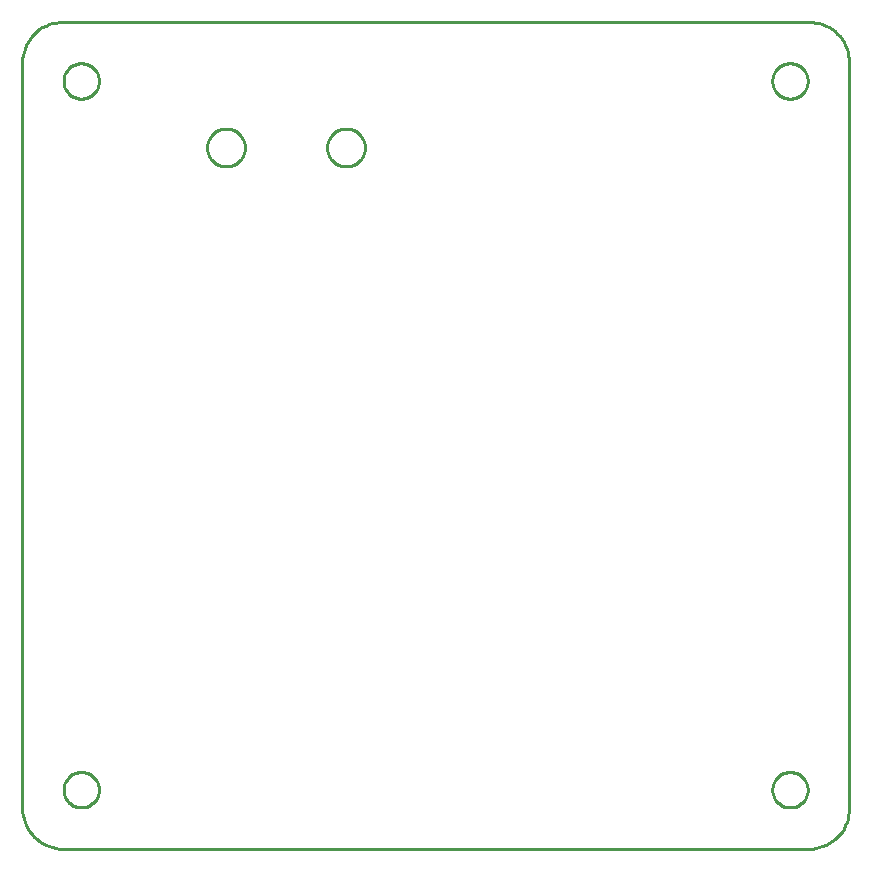
<source format=gbr>
G04 EAGLE Gerber RS-274X export*
G75*
%MOMM*%
%FSLAX34Y34*%
%LPD*%
%IN*%
%IPPOS*%
%AMOC8*
5,1,8,0,0,1.08239X$1,22.5*%
G01*
%ADD10C,0.254000*%


D10*
X0Y34142D02*
X130Y31166D01*
X519Y28213D01*
X1163Y25305D01*
X2059Y22465D01*
X3199Y19713D01*
X4574Y17071D01*
X6175Y14559D01*
X7988Y12196D01*
X10000Y10000D01*
X12196Y7988D01*
X14559Y6175D01*
X17071Y4574D01*
X19713Y3199D01*
X22465Y2059D01*
X25305Y1163D01*
X28213Y519D01*
X31166Y130D01*
X34142Y0D01*
X665858Y0D01*
X668834Y130D01*
X671787Y519D01*
X674695Y1163D01*
X677535Y2059D01*
X680287Y3199D01*
X682929Y4574D01*
X685441Y6175D01*
X687804Y7988D01*
X690000Y10000D01*
X692012Y12196D01*
X693825Y14559D01*
X695426Y17071D01*
X696801Y19713D01*
X697941Y22465D01*
X698837Y25305D01*
X699481Y28213D01*
X699870Y31166D01*
X700000Y34142D01*
X700000Y665858D01*
X699870Y668834D01*
X699481Y671787D01*
X698837Y674695D01*
X697941Y677535D01*
X696801Y680287D01*
X695426Y682929D01*
X693825Y685441D01*
X692012Y687804D01*
X690000Y690000D01*
X687804Y692012D01*
X685441Y693825D01*
X682929Y695426D01*
X680287Y696801D01*
X677535Y697941D01*
X674695Y698837D01*
X671787Y699481D01*
X668834Y699870D01*
X665858Y700000D01*
X34142Y700000D01*
X31166Y699870D01*
X28213Y699481D01*
X25305Y698837D01*
X22465Y697941D01*
X19713Y696801D01*
X17071Y695426D01*
X14559Y693825D01*
X12196Y692012D01*
X10000Y690000D01*
X7988Y687804D01*
X6175Y685441D01*
X4574Y682929D01*
X3199Y680287D01*
X2059Y677535D01*
X1163Y674695D01*
X519Y671787D01*
X130Y668834D01*
X0Y665858D01*
X0Y34142D01*
X65000Y649464D02*
X65000Y650536D01*
X64924Y651604D01*
X64771Y652665D01*
X64543Y653712D01*
X64241Y654740D01*
X63867Y655744D01*
X63422Y656719D01*
X62908Y657659D01*
X62329Y658560D01*
X61687Y659418D01*
X60985Y660228D01*
X60228Y660985D01*
X59418Y661687D01*
X58560Y662329D01*
X57659Y662908D01*
X56719Y663422D01*
X55744Y663867D01*
X54740Y664241D01*
X53712Y664543D01*
X52665Y664771D01*
X51604Y664924D01*
X50536Y665000D01*
X49464Y665000D01*
X48396Y664924D01*
X47335Y664771D01*
X46288Y664543D01*
X45260Y664241D01*
X44256Y663867D01*
X43281Y663422D01*
X42341Y662908D01*
X41440Y662329D01*
X40582Y661687D01*
X39772Y660985D01*
X39015Y660228D01*
X38313Y659418D01*
X37671Y658560D01*
X37092Y657659D01*
X36578Y656719D01*
X36133Y655744D01*
X35759Y654740D01*
X35457Y653712D01*
X35229Y652665D01*
X35076Y651604D01*
X35000Y650536D01*
X35000Y649464D01*
X35076Y648396D01*
X35229Y647335D01*
X35457Y646288D01*
X35759Y645260D01*
X36133Y644256D01*
X36578Y643281D01*
X37092Y642341D01*
X37671Y641440D01*
X38313Y640582D01*
X39015Y639772D01*
X39772Y639015D01*
X40582Y638313D01*
X41440Y637671D01*
X42341Y637092D01*
X43281Y636578D01*
X44256Y636133D01*
X45260Y635759D01*
X46288Y635457D01*
X47335Y635229D01*
X48396Y635076D01*
X49464Y635000D01*
X50536Y635000D01*
X51604Y635076D01*
X52665Y635229D01*
X53712Y635457D01*
X54740Y635759D01*
X55744Y636133D01*
X56719Y636578D01*
X57659Y637092D01*
X58560Y637671D01*
X59418Y638313D01*
X60228Y639015D01*
X60985Y639772D01*
X61687Y640582D01*
X62329Y641440D01*
X62908Y642341D01*
X63422Y643281D01*
X63867Y644256D01*
X64241Y645260D01*
X64543Y646288D01*
X64771Y647335D01*
X64924Y648396D01*
X65000Y649464D01*
X665000Y649464D02*
X665000Y650536D01*
X664924Y651604D01*
X664771Y652665D01*
X664543Y653712D01*
X664241Y654740D01*
X663867Y655744D01*
X663422Y656719D01*
X662908Y657659D01*
X662329Y658560D01*
X661687Y659418D01*
X660985Y660228D01*
X660228Y660985D01*
X659418Y661687D01*
X658560Y662329D01*
X657659Y662908D01*
X656719Y663422D01*
X655744Y663867D01*
X654740Y664241D01*
X653712Y664543D01*
X652665Y664771D01*
X651604Y664924D01*
X650536Y665000D01*
X649464Y665000D01*
X648396Y664924D01*
X647335Y664771D01*
X646288Y664543D01*
X645260Y664241D01*
X644256Y663867D01*
X643281Y663422D01*
X642341Y662908D01*
X641440Y662329D01*
X640582Y661687D01*
X639772Y660985D01*
X639015Y660228D01*
X638313Y659418D01*
X637671Y658560D01*
X637092Y657659D01*
X636578Y656719D01*
X636133Y655744D01*
X635759Y654740D01*
X635457Y653712D01*
X635229Y652665D01*
X635076Y651604D01*
X635000Y650536D01*
X635000Y649464D01*
X635076Y648396D01*
X635229Y647335D01*
X635457Y646288D01*
X635759Y645260D01*
X636133Y644256D01*
X636578Y643281D01*
X637092Y642341D01*
X637671Y641440D01*
X638313Y640582D01*
X639015Y639772D01*
X639772Y639015D01*
X640582Y638313D01*
X641440Y637671D01*
X642341Y637092D01*
X643281Y636578D01*
X644256Y636133D01*
X645260Y635759D01*
X646288Y635457D01*
X647335Y635229D01*
X648396Y635076D01*
X649464Y635000D01*
X650536Y635000D01*
X651604Y635076D01*
X652665Y635229D01*
X653712Y635457D01*
X654740Y635759D01*
X655744Y636133D01*
X656719Y636578D01*
X657659Y637092D01*
X658560Y637671D01*
X659418Y638313D01*
X660228Y639015D01*
X660985Y639772D01*
X661687Y640582D01*
X662329Y641440D01*
X662908Y642341D01*
X663422Y643281D01*
X663867Y644256D01*
X664241Y645260D01*
X664543Y646288D01*
X664771Y647335D01*
X664924Y648396D01*
X665000Y649464D01*
X65000Y49464D02*
X65000Y50536D01*
X64924Y51604D01*
X64771Y52665D01*
X64543Y53712D01*
X64241Y54740D01*
X63867Y55744D01*
X63422Y56719D01*
X62908Y57659D01*
X62329Y58560D01*
X61687Y59418D01*
X60985Y60228D01*
X60228Y60985D01*
X59418Y61687D01*
X58560Y62329D01*
X57659Y62908D01*
X56719Y63422D01*
X55744Y63867D01*
X54740Y64241D01*
X53712Y64543D01*
X52665Y64771D01*
X51604Y64924D01*
X50536Y65000D01*
X49464Y65000D01*
X48396Y64924D01*
X47335Y64771D01*
X46288Y64543D01*
X45260Y64241D01*
X44256Y63867D01*
X43281Y63422D01*
X42341Y62908D01*
X41440Y62329D01*
X40582Y61687D01*
X39772Y60985D01*
X39015Y60228D01*
X38313Y59418D01*
X37671Y58560D01*
X37092Y57659D01*
X36578Y56719D01*
X36133Y55744D01*
X35759Y54740D01*
X35457Y53712D01*
X35229Y52665D01*
X35076Y51604D01*
X35000Y50536D01*
X35000Y49464D01*
X35076Y48396D01*
X35229Y47335D01*
X35457Y46288D01*
X35759Y45260D01*
X36133Y44256D01*
X36578Y43281D01*
X37092Y42341D01*
X37671Y41440D01*
X38313Y40582D01*
X39015Y39772D01*
X39772Y39015D01*
X40582Y38313D01*
X41440Y37671D01*
X42341Y37092D01*
X43281Y36578D01*
X44256Y36133D01*
X45260Y35759D01*
X46288Y35457D01*
X47335Y35229D01*
X48396Y35076D01*
X49464Y35000D01*
X50536Y35000D01*
X51604Y35076D01*
X52665Y35229D01*
X53712Y35457D01*
X54740Y35759D01*
X55744Y36133D01*
X56719Y36578D01*
X57659Y37092D01*
X58560Y37671D01*
X59418Y38313D01*
X60228Y39015D01*
X60985Y39772D01*
X61687Y40582D01*
X62329Y41440D01*
X62908Y42341D01*
X63422Y43281D01*
X63867Y44256D01*
X64241Y45260D01*
X64543Y46288D01*
X64771Y47335D01*
X64924Y48396D01*
X65000Y49464D01*
X665000Y49464D02*
X665000Y50536D01*
X664924Y51604D01*
X664771Y52665D01*
X664543Y53712D01*
X664241Y54740D01*
X663867Y55744D01*
X663422Y56719D01*
X662908Y57659D01*
X662329Y58560D01*
X661687Y59418D01*
X660985Y60228D01*
X660228Y60985D01*
X659418Y61687D01*
X658560Y62329D01*
X657659Y62908D01*
X656719Y63422D01*
X655744Y63867D01*
X654740Y64241D01*
X653712Y64543D01*
X652665Y64771D01*
X651604Y64924D01*
X650536Y65000D01*
X649464Y65000D01*
X648396Y64924D01*
X647335Y64771D01*
X646288Y64543D01*
X645260Y64241D01*
X644256Y63867D01*
X643281Y63422D01*
X642341Y62908D01*
X641440Y62329D01*
X640582Y61687D01*
X639772Y60985D01*
X639015Y60228D01*
X638313Y59418D01*
X637671Y58560D01*
X637092Y57659D01*
X636578Y56719D01*
X636133Y55744D01*
X635759Y54740D01*
X635457Y53712D01*
X635229Y52665D01*
X635076Y51604D01*
X635000Y50536D01*
X635000Y49464D01*
X635076Y48396D01*
X635229Y47335D01*
X635457Y46288D01*
X635759Y45260D01*
X636133Y44256D01*
X636578Y43281D01*
X637092Y42341D01*
X637671Y41440D01*
X638313Y40582D01*
X639015Y39772D01*
X639772Y39015D01*
X640582Y38313D01*
X641440Y37671D01*
X642341Y37092D01*
X643281Y36578D01*
X644256Y36133D01*
X645260Y35759D01*
X646288Y35457D01*
X647335Y35229D01*
X648396Y35076D01*
X649464Y35000D01*
X650536Y35000D01*
X651604Y35076D01*
X652665Y35229D01*
X653712Y35457D01*
X654740Y35759D01*
X655744Y36133D01*
X656719Y36578D01*
X657659Y37092D01*
X658560Y37671D01*
X659418Y38313D01*
X660228Y39015D01*
X660985Y39772D01*
X661687Y40582D01*
X662329Y41440D01*
X662908Y42341D01*
X663422Y43281D01*
X663867Y44256D01*
X664241Y45260D01*
X664543Y46288D01*
X664771Y47335D01*
X664924Y48396D01*
X665000Y49464D01*
X258100Y594224D02*
X258169Y595269D01*
X258305Y596308D01*
X258510Y597335D01*
X258781Y598347D01*
X259117Y599339D01*
X259518Y600307D01*
X259982Y601246D01*
X260506Y602154D01*
X261088Y603025D01*
X261725Y603856D01*
X262416Y604643D01*
X263157Y605384D01*
X263944Y606075D01*
X264775Y606713D01*
X265646Y607295D01*
X266554Y607818D01*
X267493Y608282D01*
X268461Y608683D01*
X269453Y609019D01*
X270465Y609290D01*
X271492Y609495D01*
X272531Y609632D01*
X273576Y609700D01*
X274624Y609700D01*
X275669Y609632D01*
X276708Y609495D01*
X277735Y609290D01*
X278747Y609019D01*
X279739Y608683D01*
X280707Y608282D01*
X281646Y607818D01*
X282554Y607295D01*
X283425Y606713D01*
X284256Y606075D01*
X285043Y605384D01*
X285784Y604643D01*
X286475Y603856D01*
X287113Y603025D01*
X287695Y602154D01*
X288218Y601246D01*
X288682Y600307D01*
X289083Y599339D01*
X289419Y598347D01*
X289690Y597335D01*
X289895Y596308D01*
X290032Y595269D01*
X290100Y594224D01*
X290100Y593176D01*
X290032Y592131D01*
X289895Y591092D01*
X289690Y590065D01*
X289419Y589053D01*
X289083Y588061D01*
X288682Y587093D01*
X288218Y586154D01*
X287695Y585246D01*
X287113Y584375D01*
X286475Y583544D01*
X285784Y582757D01*
X285043Y582016D01*
X284256Y581325D01*
X283425Y580688D01*
X282554Y580106D01*
X281646Y579582D01*
X280707Y579118D01*
X279739Y578717D01*
X278747Y578381D01*
X277735Y578110D01*
X276708Y577905D01*
X275669Y577769D01*
X274624Y577700D01*
X273576Y577700D01*
X272531Y577769D01*
X271492Y577905D01*
X270465Y578110D01*
X269453Y578381D01*
X268461Y578717D01*
X267493Y579118D01*
X266554Y579582D01*
X265646Y580106D01*
X264775Y580688D01*
X263944Y581325D01*
X263157Y582016D01*
X262416Y582757D01*
X261725Y583544D01*
X261088Y584375D01*
X260506Y585246D01*
X259982Y586154D01*
X259518Y587093D01*
X259117Y588061D01*
X258781Y589053D01*
X258510Y590065D01*
X258305Y591092D01*
X258169Y592131D01*
X258100Y593176D01*
X258100Y594224D01*
X156500Y594224D02*
X156569Y595269D01*
X156705Y596308D01*
X156910Y597335D01*
X157181Y598347D01*
X157517Y599339D01*
X157918Y600307D01*
X158382Y601246D01*
X158906Y602154D01*
X159488Y603025D01*
X160125Y603856D01*
X160816Y604643D01*
X161557Y605384D01*
X162344Y606075D01*
X163175Y606713D01*
X164046Y607295D01*
X164954Y607818D01*
X165893Y608282D01*
X166861Y608683D01*
X167853Y609019D01*
X168865Y609290D01*
X169892Y609495D01*
X170931Y609632D01*
X171976Y609700D01*
X173024Y609700D01*
X174069Y609632D01*
X175108Y609495D01*
X176135Y609290D01*
X177147Y609019D01*
X178139Y608683D01*
X179107Y608282D01*
X180046Y607818D01*
X180954Y607295D01*
X181825Y606713D01*
X182656Y606075D01*
X183443Y605384D01*
X184184Y604643D01*
X184875Y603856D01*
X185513Y603025D01*
X186095Y602154D01*
X186618Y601246D01*
X187082Y600307D01*
X187483Y599339D01*
X187819Y598347D01*
X188090Y597335D01*
X188295Y596308D01*
X188432Y595269D01*
X188500Y594224D01*
X188500Y593176D01*
X188432Y592131D01*
X188295Y591092D01*
X188090Y590065D01*
X187819Y589053D01*
X187483Y588061D01*
X187082Y587093D01*
X186618Y586154D01*
X186095Y585246D01*
X185513Y584375D01*
X184875Y583544D01*
X184184Y582757D01*
X183443Y582016D01*
X182656Y581325D01*
X181825Y580688D01*
X180954Y580106D01*
X180046Y579582D01*
X179107Y579118D01*
X178139Y578717D01*
X177147Y578381D01*
X176135Y578110D01*
X175108Y577905D01*
X174069Y577769D01*
X173024Y577700D01*
X171976Y577700D01*
X170931Y577769D01*
X169892Y577905D01*
X168865Y578110D01*
X167853Y578381D01*
X166861Y578717D01*
X165893Y579118D01*
X164954Y579582D01*
X164046Y580106D01*
X163175Y580688D01*
X162344Y581325D01*
X161557Y582016D01*
X160816Y582757D01*
X160125Y583544D01*
X159488Y584375D01*
X158906Y585246D01*
X158382Y586154D01*
X157918Y587093D01*
X157517Y588061D01*
X157181Y589053D01*
X156910Y590065D01*
X156705Y591092D01*
X156569Y592131D01*
X156500Y593176D01*
X156500Y594224D01*
M02*

</source>
